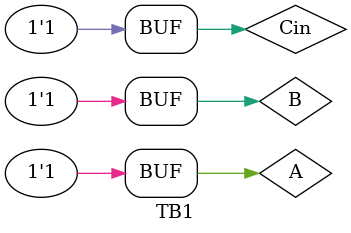
<source format=v>
 `timescale 1ns/1ns
module TB1();
	reg A = 0, B = 0, Cin = 0;
	wire S, Cout;
	fulladder f1(A, B, Cin, S, Cout);
	initial begin
	#50 A = 1;
	#50 B = 1;
	#50 A = 0;
	#50 Cin = 1;
	#50 B = 0;
	#50 A = 1;
	#50 B = 1;
	end
endmodule

</source>
